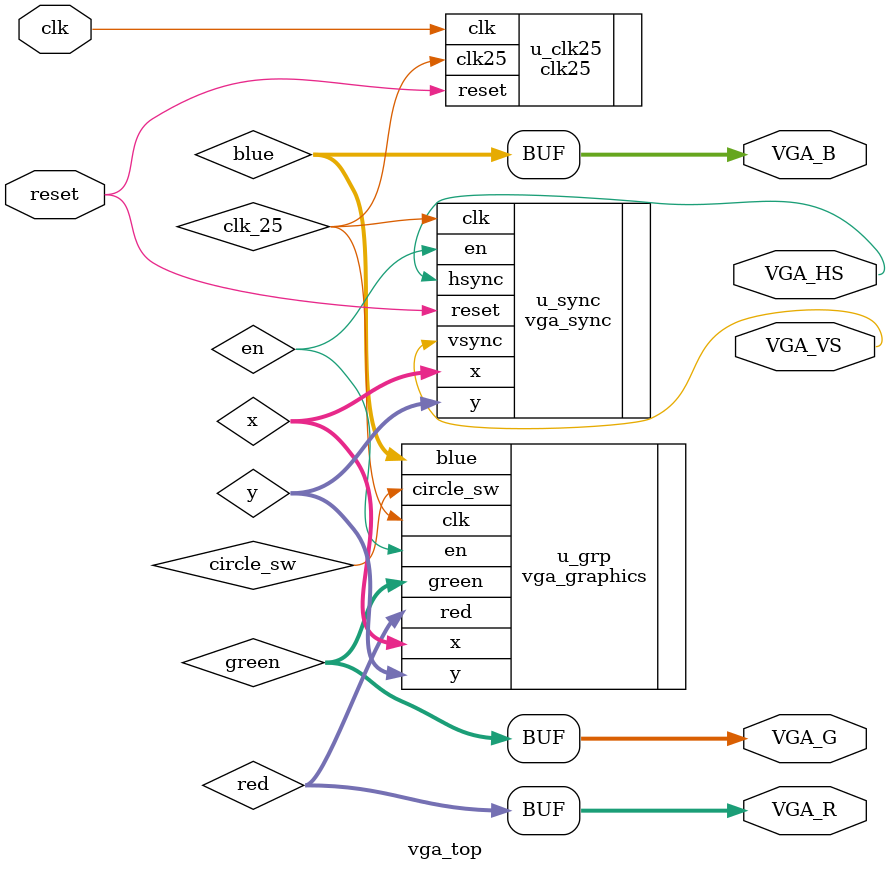
<source format=v>
module vga_top (
    input  wire       clk,
    input  wire       reset,
    output wire       VGA_HS,
    output wire       VGA_VS,
    output wire [3:0] VGA_R,
    output wire [3:0] VGA_G,
    output wire [3:0] VGA_B
);

    wire clk25;
    clk25 u_clk25 (
        .clk   (clk),
        .reset (reset),
        .clk25 (clk_25)
    );

    wire [9:0] x;
    wire [9:0] y;
    wire       en;
    vga_sync u_sync (
        .clk      (clk_25),
        .reset    (reset),
        .x        (x),
        .y        (y),
        .hsync    (VGA_HS),
        .vsync    (VGA_VS),
        .en (en)
    );

    wire [3:0] red;
    wire [3:0] green;
    wire [3:0] blue;

    vga_graphics u_grp (
        .clk        (clk_25),       
        .circle_sw  (circle_sw),
        .x   (x),
        .y   (y),
        .en  (en),
        .red   (red),
        .green (green),
        .blue  (blue)
    );

    assign VGA_R = red;
    assign VGA_G = green;
    assign VGA_B = blue;

endmodule

</source>
